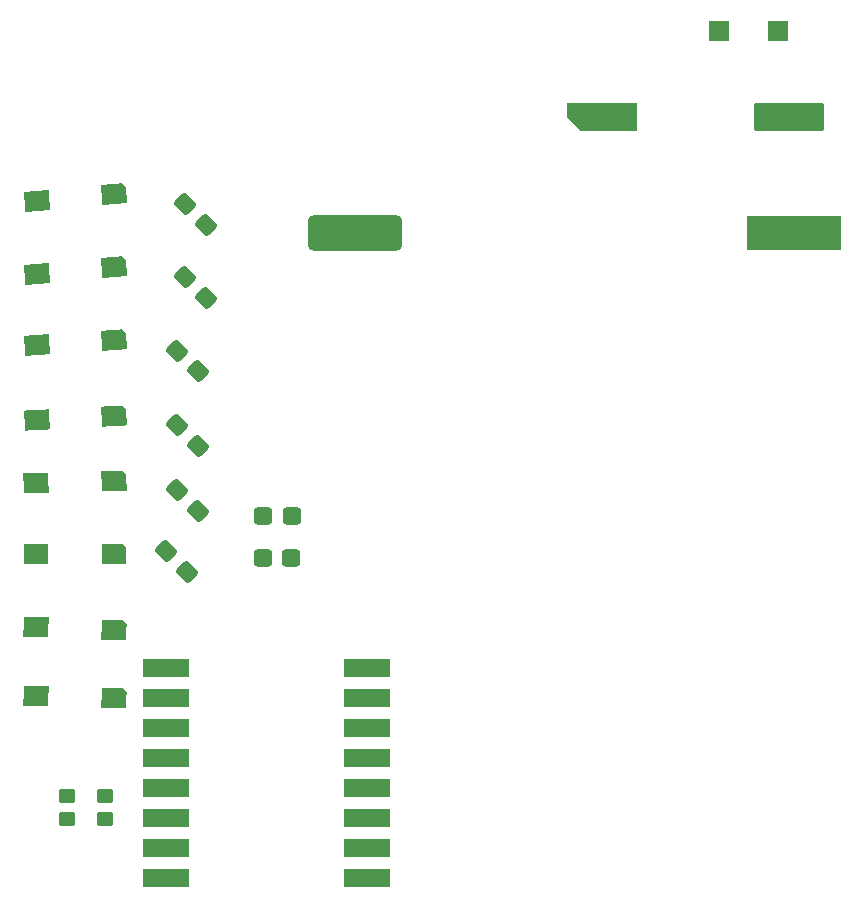
<source format=gbp>
G04 #@! TF.GenerationSoftware,KiCad,Pcbnew,9.0.3*
G04 #@! TF.CreationDate,2025-08-17T22:36:11+02:00*
G04 #@! TF.ProjectId,CH32PBG,43483332-5042-4472-9e6b-696361645f70,rev?*
G04 #@! TF.SameCoordinates,Original*
G04 #@! TF.FileFunction,Paste,Bot*
G04 #@! TF.FilePolarity,Positive*
%FSLAX46Y46*%
G04 Gerber Fmt 4.6, Leading zero omitted, Abs format (unit mm)*
G04 Created by KiCad (PCBNEW 9.0.3) date 2025-08-17 22:36:11*
%MOMM*%
%LPD*%
G01*
G04 APERTURE LIST*
G04 Aperture macros list*
%AMRoundRect*
0 Rectangle with rounded corners*
0 $1 Rounding radius*
0 $2 $3 $4 $5 $6 $7 $8 $9 X,Y pos of 4 corners*
0 Add a 4 corners polygon primitive as box body*
4,1,4,$2,$3,$4,$5,$6,$7,$8,$9,$2,$3,0*
0 Add four circle primitives for the rounded corners*
1,1,$1+$1,$2,$3*
1,1,$1+$1,$4,$5*
1,1,$1+$1,$6,$7*
1,1,$1+$1,$8,$9*
0 Add four rect primitives between the rounded corners*
20,1,$1+$1,$2,$3,$4,$5,0*
20,1,$1+$1,$4,$5,$6,$7,0*
20,1,$1+$1,$6,$7,$8,$9,0*
20,1,$1+$1,$8,$9,$2,$3,0*%
%AMRotRect*
0 Rectangle, with rotation*
0 The origin of the aperture is its center*
0 $1 length*
0 $2 width*
0 $3 Rotation angle, in degrees counterclockwise*
0 Add horizontal line*
21,1,$1,$2,0,0,$3*%
%AMOutline5P*
0 Free polygon, 5 corners , with rotation*
0 The origin of the aperture is its center*
0 number of corners: always 5*
0 $1 to $10 corner X, Y*
0 $11 Rotation angle, in degrees counterclockwise*
0 create outline with 5 corners*
4,1,5,$1,$2,$3,$4,$5,$6,$7,$8,$9,$10,$1,$2,$11*%
%AMOutline6P*
0 Free polygon, 6 corners , with rotation*
0 The origin of the aperture is its center*
0 number of corners: always 6*
0 $1 to $12 corner X, Y*
0 $13 Rotation angle, in degrees counterclockwise*
0 create outline with 6 corners*
4,1,6,$1,$2,$3,$4,$5,$6,$7,$8,$9,$10,$11,$12,$1,$2,$13*%
%AMOutline7P*
0 Free polygon, 7 corners , with rotation*
0 The origin of the aperture is its center*
0 number of corners: always 7*
0 $1 to $14 corner X, Y*
0 $15 Rotation angle, in degrees counterclockwise*
0 create outline with 7 corners*
4,1,7,$1,$2,$3,$4,$5,$6,$7,$8,$9,$10,$11,$12,$13,$14,$1,$2,$15*%
%AMOutline8P*
0 Free polygon, 8 corners , with rotation*
0 The origin of the aperture is its center*
0 number of corners: always 8*
0 $1 to $16 corner X, Y*
0 $17 Rotation angle, in degrees counterclockwise*
0 create outline with 8 corners*
4,1,8,$1,$2,$3,$4,$5,$6,$7,$8,$9,$10,$11,$12,$13,$14,$15,$16,$1,$2,$17*%
G04 Aperture macros list end*
%ADD10R,2.100000X1.700000*%
%ADD11Outline5P,-1.050000X0.850000X1.050000X0.850000X1.050000X-0.850000X-0.710000X-0.850000X-1.050000X-0.510000X180.000000*%
%ADD12RoundRect,0.250000X0.450000X-0.350000X0.450000X0.350000X-0.450000X0.350000X-0.450000X-0.350000X0*%
%ADD13R,8.000000X3.000000*%
%ADD14RoundRect,0.500000X3.500000X1.000000X-3.500000X1.000000X-3.500000X-1.000000X3.500000X-1.000000X0*%
%ADD15RoundRect,0.291666X-0.648182X0.070711X0.070711X-0.648182X0.648182X-0.070711X-0.070711X0.648182X0*%
%ADD16RotRect,2.100000X1.700000X178.000000*%
%ADD17Outline5P,-1.050000X0.850000X1.050000X0.850000X1.050000X-0.850000X-0.710000X-0.850000X-1.050000X-0.510000X178.000000*%
%ADD18RotRect,2.100000X1.700000X182.000000*%
%ADD19Outline5P,-1.050000X0.850000X1.050000X0.850000X1.050000X-0.850000X-0.710000X-0.850000X-1.050000X-0.510000X182.000000*%
%ADD20RotRect,2.100000X1.700000X185.000000*%
%ADD21Outline5P,-1.050000X0.850000X1.050000X0.850000X1.050000X-0.850000X-0.710000X-0.850000X-1.050000X-0.510000X185.000000*%
%ADD22RoundRect,0.250000X-2.750000X-0.950000X2.750000X-0.950000X2.750000X0.950000X-2.750000X0.950000X0*%
%ADD23Outline5P,-3.000000X1.200000X3.000000X1.200000X3.000000X-1.200000X-1.800000X-1.200000X-3.000000X0.000000X0.000000*%
%ADD24RotRect,2.100000X1.700000X184.000000*%
%ADD25Outline5P,-1.050000X0.850000X1.050000X0.850000X1.050000X-0.850000X-0.710000X-0.850000X-1.050000X-0.510000X184.000000*%
%ADD26R,1.789000X1.700000*%
%ADD27RoundRect,0.308511X-0.491489X-0.416489X0.491489X-0.416489X0.491489X0.416489X-0.491489X0.416489X0*%
%ADD28RotRect,2.100000X1.700000X183.000000*%
%ADD29Outline5P,-1.050000X0.850000X1.050000X0.850000X1.050000X-0.850000X-0.710000X-0.850000X-1.050000X-0.510000X183.000000*%
%ADD30R,4.000000X1.524000*%
G04 APERTURE END LIST*
D10*
G04 #@! TO.C,D3*
X115199999Y-111040846D03*
D11*
X121800001Y-111040846D03*
G04 #@! TD*
D12*
G04 #@! TO.C,R1*
X117800000Y-131500000D03*
X117800000Y-133500000D03*
G04 #@! TD*
G04 #@! TO.C,R2*
X121000000Y-131500000D03*
X121000000Y-133500000D03*
G04 #@! TD*
D13*
G04 #@! TO.C,BT1*
X179375963Y-83833346D03*
D14*
X142175963Y-83833346D03*
G04 #@! TD*
D15*
G04 #@! TO.C,R7*
X129583883Y-89383883D03*
X127816117Y-87616117D03*
G04 #@! TD*
D16*
G04 #@! TO.C,D1*
X115202010Y-123025678D03*
D17*
X121797990Y-123256014D03*
G04 #@! TD*
D18*
G04 #@! TO.C,D4*
X115202010Y-105056014D03*
D19*
X121797990Y-104825678D03*
G04 #@! TD*
D16*
G04 #@! TO.C,D2*
X115202011Y-117225677D03*
D17*
X121797989Y-117456015D03*
G04 #@! TD*
D20*
G04 #@! TO.C,D8*
X115212557Y-81128460D03*
D21*
X121787443Y-80553232D03*
G04 #@! TD*
D15*
G04 #@! TO.C,R4*
X128883883Y-107383883D03*
X127116117Y-105616117D03*
G04 #@! TD*
D22*
G04 #@! TO.C,U2*
X178950000Y-74000000D03*
D23*
X163050000Y-74000000D03*
G04 #@! TD*
D24*
G04 #@! TO.C,D6*
X115208039Y-93371042D03*
D25*
X121791961Y-92910650D03*
G04 #@! TD*
D15*
G04 #@! TO.C,R8*
X129583883Y-83183883D03*
X127816117Y-81416117D03*
G04 #@! TD*
D26*
G04 #@! TO.C,SW1*
X177950000Y-66800000D03*
X172950000Y-66800000D03*
G04 #@! TD*
D15*
G04 #@! TO.C,R3*
X127933883Y-112583883D03*
X126166117Y-110816117D03*
G04 #@! TD*
D27*
G04 #@! TO.C,C1*
X136750000Y-111350000D03*
X134350000Y-111350000D03*
G04 #@! TD*
D15*
G04 #@! TO.C,R6*
X128883883Y-95583883D03*
X127116117Y-93816117D03*
G04 #@! TD*
D28*
G04 #@! TO.C,D5*
X115204521Y-99713554D03*
D29*
X121795479Y-99368138D03*
G04 #@! TD*
D27*
G04 #@! TO.C,C2*
X136800000Y-107800000D03*
X134350000Y-107800000D03*
G04 #@! TD*
D20*
G04 #@! TO.C,D7*
X115212557Y-87328460D03*
D21*
X121787443Y-86753232D03*
G04 #@! TD*
D15*
G04 #@! TO.C,R5*
X128883883Y-101883883D03*
X127116117Y-100116117D03*
G04 #@! TD*
D30*
G04 #@! TO.C,U1*
X143200000Y-135960000D03*
X126200000Y-120720000D03*
X126200000Y-123260000D03*
X126200000Y-125800000D03*
X126200000Y-128340000D03*
X126200000Y-130880000D03*
X126200000Y-133420000D03*
X126200000Y-135960000D03*
X143200000Y-138500000D03*
X126200000Y-138500000D03*
X143200000Y-130880000D03*
X143200000Y-133420000D03*
X143200000Y-128340000D03*
X143200000Y-125800000D03*
X143200000Y-123260000D03*
X143200000Y-120720000D03*
G04 #@! TD*
M02*

</source>
